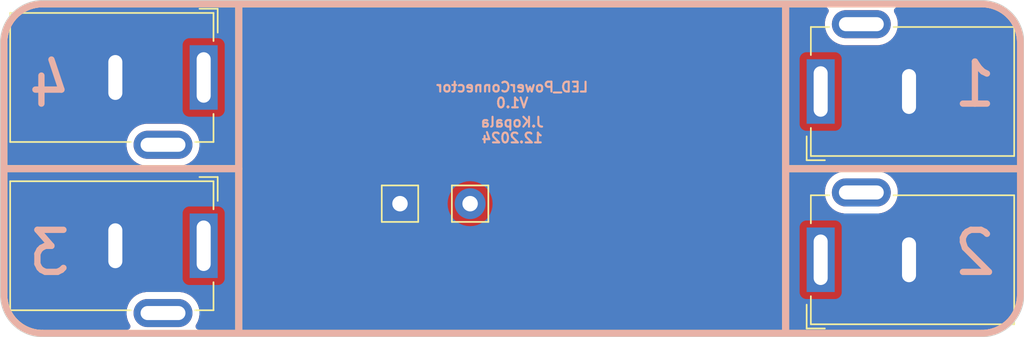
<source format=kicad_pcb>
(kicad_pcb (version 20240108) (generator "pcbnew") (generator_version "8.0")
  (layers (0 "F.Cu" signal) (31 "B.Cu" signal) (34 "B.Paste" user) (35 "F.Paste" user) (36 "B.SilkS" user "B.Silkscreen") (37 "F.SilkS" user "F.Silkscreen") (38 "B.Mask" user) (39 "F.Mask" user) (44 "Edge.Cuts" user))
  (net 0 "")
  (net 1 "/V+")
  (net 2 "/V-")
  (footprint "Connector_Pin:Pin_D1.1mm_L8.5mm_W2.5mm_FlatFork" (layer "F.Cu") (at 145.5 107.5 90)
    (property "Reference" "J6" (hide yes))
    (property "Value" "Conn_01x01_Pin" (hide yes))
    (fp_line (start 1.3 -1.3) (end 1.3 1.3) (stroke (width 0.12)) (layer "F.SilkS"))
    (fp_line (start -1.3 -1.3) (end 1.3 -1.3) (stroke (width 0.12)) (layer "F.SilkS"))
    (fp_line (start -1.3 1.3) (end -1.3 -1.3) (stroke (width 0.12)) (layer "F.SilkS"))
    (fp_line (start -1.3 1.3) (end 1.3 1.3) (stroke (width 0.12)) (layer "F.SilkS"))
    (pad "1" thru_hole circle (at 0 0 90) (size 2.2 2.2) (drill 1.1) (layers "*.Cu" "*.Mask") (net 1 "/V+"))
  )
  (footprint "Connector_BarrelJack:BarrelJack_GCT_DCJ200-10-A_Horizontal" (layer "F.Cu") (at 126.5 110.5 -90)
    (property "Reference" "J3" (hide yes))
    (property "Value" "FC68148" (hide yes))
    (fp_line (start -4.6 13.8) (end -4.6 -0.7) (stroke (width 0.12)) (layer "F.SilkS"))
    (fp_line (start 4.6 13.8) (end -4.6 13.8) (stroke (width 0.12)) (layer "F.SilkS"))
    (fp_line (start 4.6 5.2) (end 4.6 13.8) (stroke (width 0.12)) (layer "F.SilkS"))
    (fp_line (start -4.6 -0.7) (end -2.6 -0.7) (stroke (width 0.12)) (layer "F.SilkS"))
    (fp_line (start 2.6 -0.7) (end 4.6 -0.7) (stroke (width 0.12)) (layer "F.SilkS"))
    (fp_line (start 4.6 -0.7) (end 4.6 0.6) (stroke (width 0.12)) (layer "F.SilkS"))
    (fp_line (start -4.9 -1) (end -4.9 0.3) (stroke (width 0.12)) (layer "F.SilkS"))
    (fp_line (start -3.2 -1) (end -4.9 -1) (stroke (width 0.12)) (layer "F.SilkS"))
    (pad "1" thru_hole rect (at 0 0 270) (size 4.6 2) (drill oval 3.6 1) (layers "*.Cu" "*.Mask") (net 1 "/V+"))
    (pad "2" thru_hole oval (at 4.8 2.9 270) (size 2 4.2) (drill oval 1 3.2) (layers "*.Cu" "*.Mask"))
    (pad "3" thru_hole oval (at 0 6.3 270) (size 4.2 2) (drill oval 3.2 1) (layers "*.Cu" "*.Mask") (net 2 "/V-"))
  )
  (footprint "Connector_BarrelJack:BarrelJack_GCT_DCJ200-10-A_Horizontal" (layer "F.Cu") (at 170.5 111.5 90)
    (property "Reference" "J2" (hide yes))
    (property "Value" "FC68148" (hide yes))
    (fp_line (start -3.2 -1) (end -4.9 -1) (stroke (width 0.12)) (layer "F.SilkS"))
    (fp_line (start -4.9 -1) (end -4.9 0.3) (stroke (width 0.12)) (layer "F.SilkS"))
    (fp_line (start 4.6 -0.7) (end 4.6 0.6) (stroke (width 0.12)) (layer "F.SilkS"))
    (fp_line (start 2.6 -0.7) (end 4.6 -0.7) (stroke (width 0.12)) (layer "F.SilkS"))
    (fp_line (start -4.6 -0.7) (end -2.6 -0.7) (stroke (width 0.12)) (layer "F.SilkS"))
    (fp_line (start 4.6 5.2) (end 4.6 13.8) (stroke (width 0.12)) (layer "F.SilkS"))
    (fp_line (start 4.6 13.8) (end -4.6 13.8) (stroke (width 0.12)) (layer "F.SilkS"))
    (fp_line (start -4.6 13.8) (end -4.6 -0.7) (stroke (width 0.12)) (layer "F.SilkS"))
    (pad "1" thru_hole rect (at 0 0 90) (size 4.6 2) (drill oval 3.6 1) (layers "*.Cu" "*.Mask") (net 1 "/V+"))
    (pad "2" thru_hole oval (at 4.8 2.9 90) (size 2 4.2) (drill oval 1 3.2) (layers "*.Cu" "*.Mask"))
    (pad "3" thru_hole oval (at 0 6.3 90) (size 4.2 2) (drill oval 3.2 1) (layers "*.Cu" "*.Mask") (net 2 "/V-"))
  )
  (footprint "Connector_BarrelJack:BarrelJack_GCT_DCJ200-10-A_Horizontal" (layer "F.Cu") (at 126.5 98.5 -90)
    (property "Reference" "J4" (hide yes))
    (property "Value" "FC68148" (hide yes))
    (fp_line (start -4.6 13.8) (end -4.6 -0.7) (stroke (width 0.12)) (layer "F.SilkS"))
    (fp_line (start 4.6 13.8) (end -4.6 13.8) (stroke (width 0.12)) (layer "F.SilkS"))
    (fp_line (start 4.6 5.2) (end 4.6 13.8) (stroke (width 0.12)) (layer "F.SilkS"))
    (fp_line (start -4.6 -0.7) (end -2.6 -0.7) (stroke (width 0.12)) (layer "F.SilkS"))
    (fp_line (start 2.6 -0.7) (end 4.6 -0.7) (stroke (width 0.12)) (layer "F.SilkS"))
    (fp_line (start 4.6 -0.7) (end 4.6 0.6) (stroke (width 0.12)) (layer "F.SilkS"))
    (fp_line (start -4.9 -1) (end -4.9 0.3) (stroke (width 0.12)) (layer "F.SilkS"))
    (fp_line (start -3.2 -1) (end -4.9 -1) (stroke (width 0.12)) (layer "F.SilkS"))
    (pad "1" thru_hole rect (at 0 0 270) (size 4.6 2) (drill oval 3.6 1) (layers "*.Cu" "*.Mask") (net 1 "/V+"))
    (pad "2" thru_hole oval (at 4.8 2.9 270) (size 2 4.2) (drill oval 1 3.2) (layers "*.Cu" "*.Mask"))
    (pad "3" thru_hole oval (at 0 6.3 270) (size 4.2 2) (drill oval 3.2 1) (layers "*.Cu" "*.Mask") (net 2 "/V-"))
  )
  (footprint "Connector_BarrelJack:BarrelJack_GCT_DCJ200-10-A_Horizontal" (layer "F.Cu") (at 170.5 99.5 90)
    (property "Reference" "J1" (hide yes))
    (property "Value" "FC68148" (hide yes))
    (fp_line (start -3.2 -1) (end -4.9 -1) (stroke (width 0.12)) (layer "F.SilkS"))
    (fp_line (start -4.9 -1) (end -4.9 0.3) (stroke (width 0.12)) (layer "F.SilkS"))
    (fp_line (start 4.6 -0.7) (end 4.6 0.6) (stroke (width 0.12)) (layer "F.SilkS"))
    (fp_line (start 2.6 -0.7) (end 4.6 -0.7) (stroke (width 0.12)) (layer "F.SilkS"))
    (fp_line (start -4.6 -0.7) (end -2.6 -0.7) (stroke (width 0.12)) (layer "F.SilkS"))
    (fp_line (start 4.6 5.2) (end 4.6 13.8) (stroke (width 0.12)) (layer "F.SilkS"))
    (fp_line (start 4.6 13.8) (end -4.6 13.8) (stroke (width 0.12)) (layer "F.SilkS"))
    (fp_line (start -4.6 13.8) (end -4.6 -0.7) (stroke (width 0.12)) (layer "F.SilkS"))
    (pad "1" thru_hole rect (at 0 0 90) (size 4.6 2) (drill oval 3.6 1) (layers "*.Cu" "*.Mask") (net 1 "/V+"))
    (pad "2" thru_hole oval (at 4.8 2.9 90) (size 2 4.2) (drill oval 1 3.2) (layers "*.Cu" "*.Mask"))
    (pad "3" thru_hole oval (at 0 6.3 90) (size 4.2 2) (drill oval 3.2 1) (layers "*.Cu" "*.Mask") (net 2 "/V-"))
  )
  (footprint "Connector_Pin:Pin_D1.1mm_L8.5mm_W2.5mm_FlatFork" (layer "F.Cu") (at 140.5 107.5 90)
    (property "Reference" "J5" (hide yes))
    (property "Value" "Conn_01x01_Pin" (hide yes))
    (fp_line (start 1.3 -1.3) (end 1.3 1.3) (stroke (width 0.12)) (layer "F.SilkS"))
    (fp_line (start -1.3 -1.3) (end 1.3 -1.3) (stroke (width 0.12)) (layer "F.SilkS"))
    (fp_line (start -1.3 1.3) (end -1.3 -1.3) (stroke (width 0.12)) (layer "F.SilkS"))
    (fp_line (start -1.3 1.3) (end 1.3 1.3) (stroke (width 0.12)) (layer "F.SilkS"))
    (pad "1" thru_hole circle (at 0 0 90) (size 2.2 2.2) (drill 1.1) (layers "*.Cu" "*.Mask") (net 2 "/V-"))
  )
  (gr_arc (start 112.25 96) (mid 113.055456 94.055456) (end 115 93.25) (stroke (width 0.5)) (layer "B.SilkS"))
  (gr_line (start 129 93.25) (end 129 116.75) (stroke (width 0.5)) (layer "B.SilkS"))
  (gr_line (start 184.75 105.004) (end 168 105.004) (stroke (width 0.5)) (layer "B.SilkS"))
  (gr_arc (start 184.75 114) (mid 183.944544 115.944544) (end 182 116.75) (stroke (width 0.5)) (layer "B.SilkS"))
  (gr_line (start 115 116.75) (end 129 116.75) (stroke (width 0.5)) (layer "B.SilkS"))
  (gr_line (start 168 116.75) (end 182 116.75) (stroke (width 0.5)) (layer "B.SilkS"))
  (gr_line (start 184.75 114) (end 184.75 105) (stroke (width 0.5)) (layer "B.SilkS"))
  (gr_arc (start 115 116.75) (mid 113.055456 115.944544) (end 112.25 114) (stroke (width 0.5)) (layer "B.SilkS"))
  (gr_arc (start 182 93.25) (mid 183.944544 94.055456) (end 184.75 96) (stroke (width 0.5)) (layer "B.SilkS"))
  (gr_line (start 112.25 105) (end 112.25 96) (stroke (width 0.5)) (layer "B.SilkS"))
  (gr_line (start 129 116.75) (end 168 116.75) (stroke (width 0.5)) (layer "B.SilkS"))
  (gr_line (start 129 93.25) (end 115 93.25) (stroke (width 0.5)) (layer "B.SilkS"))
  (gr_line (start 129 105.004) (end 112.25 105.004) (stroke (width 0.5)) (layer "B.SilkS"))
  (gr_line (start 168 93.25) (end 182 93.25) (stroke (width 0.5)) (layer "B.SilkS"))
  (gr_line (start 112.25 105) (end 112.25 114) (stroke (width 0.5)) (layer "B.SilkS"))
  (gr_line (start 184.75 96) (end 184.75 105) (stroke (width 0.5)) (layer "B.SilkS"))
  (gr_line (start 168 93.25) (end 168 116.75) (stroke (width 0.5)) (layer "B.SilkS"))
  (gr_line (start 129 93.25) (end 168 93.25) (stroke (width 0.5)) (layer "B.SilkS"))
  (gr_line (start 168 93.25) (end 182 93.25) (stroke (width 0.5)) (layer "F.SilkS"))
  (gr_line (start 129 116.75) (end 168 116.75) (stroke (width 0.5)) (layer "F.SilkS"))
  (gr_arc (start 182 93.25) (mid 183.944544 94.055456) (end 184.75 96) (stroke (width 0.5)) (layer "F.SilkS"))
  (gr_line (start 112.25 96) (end 112.25 105) (stroke (width 0.5)) (layer "F.SilkS"))
  (gr_arc (start 115 116.75) (mid 113.055456 115.944544) (end 112.25 114) (stroke (width 0.5)) (layer "F.SilkS"))
  (gr_line (start 168 116.75) (end 182 116.75) (stroke (width 0.5)) (layer "F.SilkS"))
  (gr_line (start 112.25 105) (end 112.25 114) (stroke (width 0.5)) (layer "F.SilkS"))
  (gr_line (start 184.75 96.004) (end 184.75 105.004) (stroke (width 0.5)) (layer "F.SilkS"))
  (gr_line (start 129 116.75) (end 115 116.75) (stroke (width 0.5)) (layer "F.SilkS"))
  (gr_line (start 168 93.25) (end 168 116.75) (stroke (width 0.5)) (layer "F.SilkS"))
  (gr_line (start 168 105.004) (end 184.75 105.004) (stroke (width 0.5)) (layer "F.SilkS"))
  (gr_line (start 129 93.25) (end 129 116.75) (stroke (width 0.5)) (layer "F.SilkS"))
  (gr_line (start 129 93.25) (end 115 93.25) (stroke (width 0.5)) (layer "F.SilkS"))
  (gr_line (start 129 93.25) (end 168 93.25) (stroke (width 0.5)) (layer "F.SilkS"))
  (gr_arc (start 112.25 96) (mid 113.055456 94.055456) (end 115 93.25) (stroke (width 0.5)) (layer "F.SilkS"))
  (gr_arc (start 184.75 114.004) (mid 183.944544 115.948544) (end 182 116.754) (stroke (width 0.5)) (layer "F.SilkS"))
  (gr_line (start 184.75 114.004) (end 184.75 105.004) (stroke (width 0.5)) (layer "F.SilkS"))
  (gr_line (start 129 105) (end 112.25 105) (stroke (width 0.5)) (layer "F.SilkS"))
  (gr_line (start 115 93) (end 182 93) (stroke (width 0.05)) (layer "Edge.Cuts"))
  (gr_arc (start 182 93) (mid 184.12132 93.87868) (end 185 96) (stroke (width 0.05)) (layer "Edge.Cuts"))
  (gr_arc (start 115 117) (mid 112.87868 116.12132) (end 112 114) (stroke (width 0.05)) (layer "Edge.Cuts"))
  (gr_arc (start 112 96) (mid 112.87868 93.87868) (end 115 93) (stroke (width 0.05)) (layer "Edge.Cuts"))
  (gr_line (start 185 96) (end 185 114) (stroke (width 0.05)) (layer "Edge.Cuts"))
  (gr_line (start 115 117) (end 182 117) (stroke (width 0.05)) (layer "Edge.Cuts"))
  (gr_line (start 112 96) (end 112 114) (stroke (width 0.05)) (layer "Edge.Cuts"))
  (gr_arc (start 185 114) (mid 184.12132 116.12132) (end 182 117) (stroke (width 0.05)) (layer "Edge.Cuts"))
  (gr_text "1" (at 181.5 99 0) (layer "B.SilkS") (effects (font (size 3 3) (thickness 0.45)) (justify mirror)))
  (gr_text "LED_PowerConnector\nV1.0" (at 148.5 99.75 0) (layer "B.SilkS") (effects (font (size 0.7 0.7) (thickness 0.15) (bold yes)) (justify mirror)))
  (gr_text "2" (at 181.5 111 0) (layer "B.SilkS") (effects (font (size 3 3) (thickness 0.45)) (justify mirror)))
  (gr_text "J.Kopala\n12.2024" (at 148.5 102.25 0) (layer "B.SilkS") (effects (font (size 0.7 0.7) (thickness 0.15) (bold yes)) (justify mirror)))
  (gr_text "3" (at 115.5 111 0) (layer "B.SilkS") (effects (font (size 3 3) (thickness 0.45)) (justify mirror)))
  (gr_text "4" (at 115.5 99 0) (layer "B.SilkS") (effects (font (size 3 3) (thickness 0.45)) (justify mirror)))
  (zone (net 1) (net_name "/V+") (layer "F.Cu") (connect_pads yes (clearance 0.5)) (min_thickness 0.5) (fill yes (thermal_gap 0.5) (thermal_bridge_width 0.5))
    (polygon (pts (xy 112 117) (xy 185 117) (xy 185 93) (xy 112 93)))
  )
  (zone (net 2) (net_name "/V-") (layer "B.Cu") (connect_pads yes (clearance 0.5)) (min_thickness 0.5) (fill yes (thermal_gap 0.5) (thermal_bridge_width 0.5))
    (polygon (pts (xy 112 117) (xy 185 117) (xy 185 93) (xy 112 93)))
  )
)
</source>
